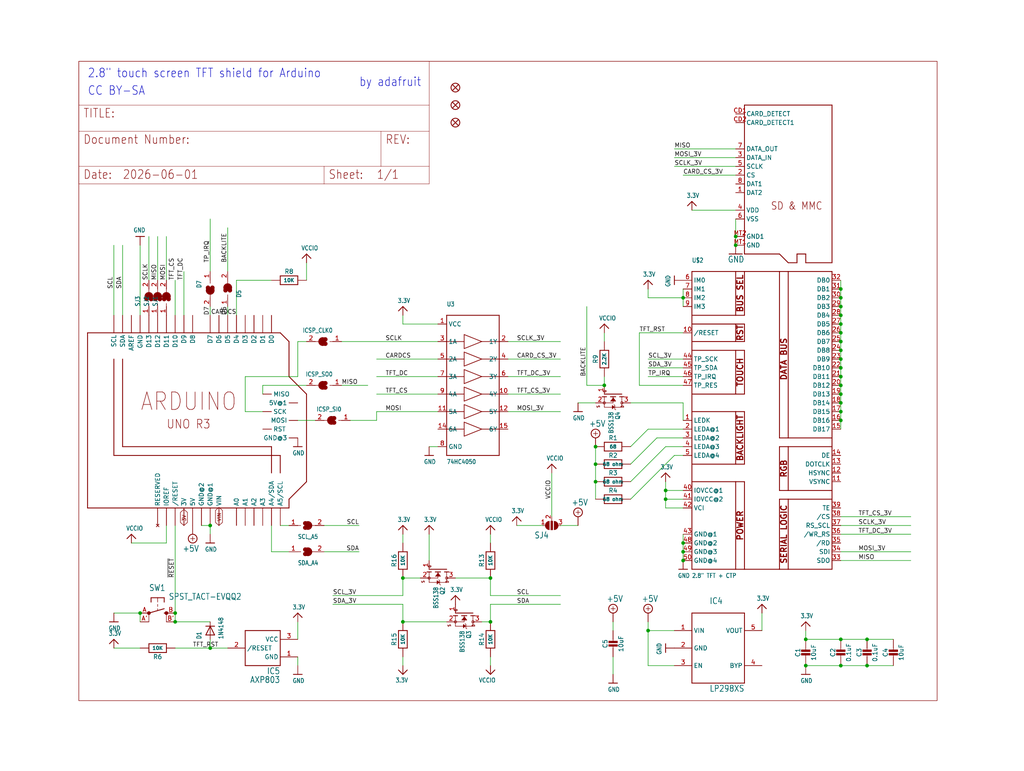
<source format=kicad_sch>
(kicad_sch (version 20230121) (generator eeschema)
  (paper "User" 297.002 223.571)
  (lib_symbols
    (symbol "working-eagle-import:+5V" (power)
      (property "Value" "+5V" (at -1.905 3.175 0))
      (symbol "+5V_1_0"
        (pin power_in line (at 0 -2.54 90) (length 2.54) (name "+5V") (number "1"))
      )
    )
    (symbol "working-eagle-import:3.3V" (power)
      (property "Value" "3.3V" (at -1.524 1.016 0))
      (symbol "3.3V_1_0"
        (pin power_in line (at 0 -2.54 90) (length 2.54) (name "3.3V") (number "1"))
      )
    )
    (symbol "working-eagle-import:74HC4050D"
      (property "Reference" "U" (at -7.62 22.86 0))
      (symbol "74HC4050D_1_0"
        (pin bidirectional line (at -10.16 17.78 0) (length 2.54) (name "VCC") (number "1"))
        (pin bidirectional line (at 10.16 -2.54 180) (length 2.54) (name "4Y") (number "10"))
        (pin bidirectional line (at -10.16 -7.62 0) (length 2.54) (name "5A") (number "11"))
        (pin bidirectional line (at 10.16 -7.62 180) (length 2.54) (name "5Y") (number "12"))
        (pin bidirectional line (at -10.16 -12.7 0) (length 2.54) (name "6A") (number "14"))
        (pin bidirectional line (at 10.16 -12.7 180) (length 2.54) (name "6Y") (number "15"))
        (pin bidirectional line (at 10.16 12.7 180) (length 2.54) (name "1Y") (number "2"))
        (pin bidirectional line (at -10.16 12.7 0) (length 2.54) (name "1A") (number "3"))
        (pin bidirectional line (at 10.16 7.62 180) (length 2.54) (name "2Y") (number "4"))
        (pin bidirectional line (at -10.16 7.62 0) (length 2.54) (name "2A") (number "5"))
        (pin bidirectional line (at 10.16 2.54 180) (length 2.54) (name "3Y") (number "6"))
        (pin bidirectional line (at -10.16 2.54 0) (length 2.54) (name "3A") (number "7"))
        (pin bidirectional line (at -10.16 -17.78 0) (length 2.54) (name "GND") (number "8"))
        (pin bidirectional line (at -10.16 -2.54 0) (length 2.54) (name "4A") (number "9"))
      )
    )
    (symbol "working-eagle-import:ARDUINO_R3_ICSPSMT"
      (symbol "ARDUINO_R3_ICSPSMT_1_0"
        (text "ARDUINO" (at 15.24 27.94 0) (effects (font (size 5.08 4.318)) (justify left bottom)))
        (text "UNO R3" (at 22.86 22.86 0) (effects (font (size 2.54 2.159)) (justify left bottom)))
        (pin power_in line (at 27.94 -5.08 90) (length 5.08) (name "3V") (number "3V"))
        (pin power_in line (at 30.48 -5.08 90) (length 5.08) (name "5V") (number "5V"))
        (pin passive line (at 60.96 30.48 180) (length 2.54) (name "5V@1") (number "5V_ICSP"))
        (pin bidirectional line (at 43.18 -5.08 90) (length 5.08) (name "A0") (number "A0"))
        (pin bidirectional line (at 45.72 -5.08 90) (length 5.08) (name "A1") (number "A1"))
        (pin bidirectional line (at 48.26 -5.08 90) (length 5.08) (name "A2") (number "A2"))
        (pin bidirectional line (at 50.8 -5.08 90) (length 5.08) (name "A3") (number "A3"))
        (pin bidirectional line (at 53.34 -5.08 90) (length 5.08) (name "A4/SDA") (number "A4"))
        (pin bidirectional line (at 55.88 -5.08 90) (length 5.08) (name "A5/SCL") (number "A5"))
        (pin bidirectional line (at 12.7 55.88 270) (length 5.08) (name "AREF") (number "AREF"))
        (pin bidirectional line (at 53.34 55.88 270) (length 5.08) (name "D0") (number "D0"))
        (pin bidirectional line (at 50.8 55.88 270) (length 5.08) (name "D1") (number "D1"))
        (pin bidirectional line (at 25.4 55.88 270) (length 5.08) (name "D10") (number "D10"))
        (pin bidirectional line (at 22.86 55.88 270) (length 5.08) (name "D11") (number "D11"))
        (pin bidirectional line (at 20.32 55.88 270) (length 5.08) (name "D12") (number "D12"))
        (pin bidirectional line (at 17.78 55.88 270) (length 5.08) (name "D13") (number "D13"))
        (pin bidirectional line (at 48.26 55.88 270) (length 5.08) (name "D2") (number "D2"))
        (pin bidirectional line (at 45.72 55.88 270) (length 5.08) (name "D3") (number "D3"))
        (pin bidirectional line (at 43.18 55.88 270) (length 5.08) (name "D4") (number "D4"))
        (pin bidirectional line (at 40.64 55.88 270) (length 5.08) (name "D5") (number "D5"))
        (pin bidirectional line (at 38.1 55.88 270) (length 5.08) (name "D6") (number "D6"))
        (pin bidirectional line (at 35.56 55.88 270) (length 5.08) (name "D7") (number "D7"))
        (pin bidirectional line (at 30.48 55.88 270) (length 5.08) (name "D8") (number "D8"))
        (pin bidirectional line (at 27.94 55.88 270) (length 5.08) (name "D9") (number "D9"))
        (pin power_in line (at 15.24 55.88 270) (length 5.08) (name "GND") (number "GND"))
        (pin power_in line (at 35.56 -5.08 90) (length 5.08) (name "GND@1") (number "GND@1"))
        (pin power_in line (at 33.02 -5.08 90) (length 5.08) (name "GND@2") (number "GND@2"))
        (pin passive line (at 60.96 20.32 180) (length 2.54) (name "GND@3") (number "GND@3"))
        (pin output line (at 22.86 -5.08 90) (length 5.08) (name "IOREF") (number "IOREF"))
        (pin passive line (at 50.8 33.02 0) (length 2.54) (name "MISO") (number "MISO"))
        (pin passive line (at 60.96 25.4 180) (length 2.54) (name "MOSI") (number "MOSI"))
        (pin no_connect line (at 20.32 -5.08 90) (length 5.08) (name "RESERVED") (number "RESERVED"))
        (pin bidirectional line (at 25.4 -5.08 90) (length 5.08) (name "/RESET") (number "RESET"))
        (pin passive line (at 50.8 22.86 0) (length 2.54) (name "RST") (number "RESET_ICSP"))
        (pin passive line (at 50.8 27.94 0) (length 2.54) (name "SCK") (number "SCK"))
        (pin bidirectional line (at 7.62 55.88 270) (length 5.08) (name "SCL") (number "SCL"))
        (pin bidirectional line (at 10.16 55.88 270) (length 5.08) (name "SDA") (number "SDA"))
        (pin power_in line (at 38.1 -5.08 90) (length 5.08) (name "VIN") (number "VIN"))
      )
    )
    (symbol "working-eagle-import:AXP083-SAG"
      (property "Reference" "IC" (at -5.08 -7.62 0))
      (symbol "AXP083-SAG_1_0"
        (pin power_in line (at -10.16 -2.54 0) (length 5.08) (name "GND") (number "1"))
        (pin output line (at 10.16 0 180) (length 5.08) (name "/RESET") (number "2"))
        (pin power_in line (at -10.16 2.54 0) (length 5.08) (name "VCC") (number "3"))
      )
    )
    (symbol "working-eagle-import:CAP_CERAMIC0805-NOOUTLINE"
      (property "Reference" "C" (at -2.29 1.25 90))
      (symbol "CAP_CERAMIC0805-NOOUTLINE_1_0"
        (pin passive line (at 0 5.08 270) (length 2.54) (name "1") (number "1"))
        (pin passive line (at 0 -2.54 90) (length 2.54) (name "2") (number "2"))
      )
    )
    (symbol "working-eagle-import:DIODESOD-323F"
      (property "Reference" "D" (at -2.54 2.54 0))
      (symbol "DIODESOD-323F_1_0"
        (pin passive line (at -2.54 0 0) (length 2.54) (name "A") (number "A"))
        (pin passive line (at 2.54 0 180) (length 2.54) (name "C") (number "C"))
      )
    )
    (symbol "working-eagle-import:DISP_LCD_CTP28_SAMPLE"
      (property "Reference" "TFT" (at -20.32 43.18 0))
      (symbol "DISP_LCD_CTP28_SAMPLE_1_0"
        (text "BACKLIGHT" (at -6.35 -7.62 900) (effects (font (size 1.6764 1.6764) (thickness 0.3353) bold)))
        (text "BUS SEL" (at -6.35 34.29 900) (effects (font (size 1.6764 1.6764) (thickness 0.3353) bold)))
        (text "DATA BUS" (at 6.35 15.24 900) (effects (font (size 1.6764 1.6764) (thickness 0.3353) bold)))
        (text "POWER" (at -6.35 -33.02 900) (effects (font (size 1.6764 1.6764) (thickness 0.3353) bold)))
        (text "RGB" (at 6.35 -16.51 900) (effects (font (size 1.6764 1.6764) (thickness 0.3353) bold)))
        (text "RST" (at -6.35 22.86 900) (effects (font (size 1.6764 1.6764) (thickness 0.3353) bold)))
        (text "SERIAL LOGIC" (at 6.35 -35.56 900) (effects (font (size 1.6764 1.6764) (thickness 0.3353) bold)))
        (text "TOUCH" (at -6.35 11.43 900) (effects (font (size 1.6764 1.6764) (thickness 0.3353) bold)))
        (pin bidirectional line (at -22.86 -2.54 0) (length 2.54) (name "LEDK") (number "1"))
        (pin bidirectional line (at -22.86 22.86 0) (length 2.54) (name "/RESET") (number "10"))
        (pin bidirectional line (at 22.86 -20.32 180) (length 2.54) (name "VSYNC") (number "11"))
        (pin bidirectional line (at 22.86 -17.78 180) (length 2.54) (name "HSYNC") (number "12"))
        (pin bidirectional line (at 22.86 -15.24 180) (length 2.54) (name "DOTCLK") (number "13"))
        (pin bidirectional line (at 22.86 -12.7 180) (length 2.54) (name "DE") (number "14"))
        (pin bidirectional line (at 22.86 -5.08 180) (length 2.54) (name "DB17") (number "15"))
        (pin bidirectional line (at 22.86 -2.54 180) (length 2.54) (name "DB16") (number "16"))
        (pin bidirectional line (at 22.86 0 180) (length 2.54) (name "DB15") (number "17"))
        (pin bidirectional line (at 22.86 2.54 180) (length 2.54) (name "DB14") (number "18"))
        (pin bidirectional line (at 22.86 5.08 180) (length 2.54) (name "DB13") (number "19"))
        (pin bidirectional line (at -22.86 -5.08 0) (length 2.54) (name "LEDA@1") (number "2"))
        (pin bidirectional line (at 22.86 7.62 180) (length 2.54) (name "DB12") (number "20"))
        (pin bidirectional line (at 22.86 10.16 180) (length 2.54) (name "DB11") (number "21"))
        (pin bidirectional line (at 22.86 12.7 180) (length 2.54) (name "DB10") (number "22"))
        (pin bidirectional line (at 22.86 15.24 180) (length 2.54) (name "DB9") (number "23"))
        (pin bidirectional line (at 22.86 17.78 180) (length 2.54) (name "DB8") (number "24"))
        (pin bidirectional line (at 22.86 20.32 180) (length 2.54) (name "DB7") (number "25"))
        (pin bidirectional line (at 22.86 22.86 180) (length 2.54) (name "DB6") (number "26"))
        (pin bidirectional line (at 22.86 25.4 180) (length 2.54) (name "DB5") (number "27"))
        (pin bidirectional line (at 22.86 27.94 180) (length 2.54) (name "DB4") (number "28"))
        (pin bidirectional line (at 22.86 30.48 180) (length 2.54) (name "DB3") (number "29"))
        (pin bidirectional line (at -22.86 -7.62 0) (length 2.54) (name "LEDA@2") (number "3"))
        (pin bidirectional line (at 22.86 33.02 180) (length 2.54) (name "DB2") (number "30"))
        (pin bidirectional line (at 22.86 35.56 180) (length 2.54) (name "DB1") (number "31"))
        (pin bidirectional line (at 22.86 38.1 180) (length 2.54) (name "DB0") (number "32"))
        (pin bidirectional line (at 22.86 -43.18 180) (length 2.54) (name "SDO") (number "33"))
        (pin bidirectional line (at 22.86 -40.64 180) (length 2.54) (name "SDI") (number "34"))
        (pin bidirectional line (at 22.86 -38.1 180) (length 2.54) (name "/RD") (number "35"))
        (pin bidirectional line (at 22.86 -35.56 180) (length 2.54) (name "/WR_RS") (number "36"))
        (pin bidirectional line (at 22.86 -33.02 180) (length 2.54) (name "RS_SCL") (number "37"))
        (pin bidirectional line (at 22.86 -30.48 180) (length 2.54) (name "/CS") (number "38"))
        (pin bidirectional line (at 22.86 -27.94 180) (length 2.54) (name "TE") (number "39"))
        (pin bidirectional line (at -22.86 -10.16 0) (length 2.54) (name "LEDA@3") (number "4"))
        (pin bidirectional line (at -22.86 -22.86 0) (length 2.54) (name "IOVCC@1") (number "40"))
        (pin bidirectional line (at -22.86 -25.4 0) (length 2.54) (name "IOVCC@2") (number "41"))
        (pin bidirectional line (at -22.86 -27.94 0) (length 2.54) (name "VCI") (number "42"))
        (pin bidirectional line (at -22.86 -35.56 0) (length 2.54) (name "GND@1") (number "43"))
        (pin bidirectional line (at -22.86 15.24 0) (length 2.54) (name "TP_SCK") (number "44"))
        (pin bidirectional line (at -22.86 12.7 0) (length 2.54) (name "TP_SDA") (number "45"))
        (pin bidirectional line (at -22.86 10.16 0) (length 2.54) (name "TP_IRQ") (number "46"))
        (pin bidirectional line (at -22.86 7.62 0) (length 2.54) (name "TP_RES") (number "47"))
        (pin bidirectional line (at -22.86 -38.1 0) (length 2.54) (name "GND@2") (number "48"))
        (pin bidirectional line (at -22.86 -40.64 0) (length 2.54) (name "GND@3") (number "49"))
        (pin bidirectional line (at -22.86 -12.7 0) (length 2.54) (name "LEDA@4") (number "5"))
        (pin bidirectional line (at -22.86 -43.18 0) (length 2.54) (name "GND@4") (number "50"))
        (pin bidirectional line (at -22.86 38.1 0) (length 2.54) (name "IM0") (number "6"))
        (pin bidirectional line (at -22.86 35.56 0) (length 2.54) (name "IM1") (number "7"))
        (pin bidirectional line (at -22.86 33.02 0) (length 2.54) (name "IM2") (number "8"))
        (pin bidirectional line (at -22.86 30.48 0) (length 2.54) (name "IM3") (number "9"))
      )
    )
    (symbol "working-eagle-import:FIDUCIAL_1MM")
    (symbol "working-eagle-import:GND" (power)
      (property "Value" "GND" (at -2.54 -2.54 0))
      (symbol "GND_1_0"
        (pin power_in line (at 0 2.54 270) (length 2.54) (name "GND") (number "1"))
      )
    )
    (symbol "working-eagle-import:LETTER_L"
      (symbol "LETTER_L_2_0"
        (text "${#}/${##}" (at 86.36 1.27 0) (effects (font (size 2.54 2.159)) (justify left bottom)))
        (text "${CURRENT_DATE}" (at 12.7 1.27 0) (effects (font (size 2.54 2.159)) (justify left bottom)))
        (text "${PROJECTNAME}" (at 17.78 19.05 0) (effects (font (size 2.54 2.159)) (justify left bottom)))
        (text "Date:" (at 1.27 1.27 0) (effects (font (size 2.54 2.159)) (justify left bottom)))
        (text "Document Number:" (at 1.27 11.43 0) (effects (font (size 2.54 2.159)) (justify left bottom)))
        (text "REV:" (at 88.9 11.43 0) (effects (font (size 2.54 2.159)) (justify left bottom)))
        (text "Sheet:" (at 72.39 1.27 0) (effects (font (size 2.54 2.159)) (justify left bottom)))
        (text "TITLE:" (at 1.27 19.05 0) (effects (font (size 2.54 2.159)) (justify left bottom)))
      )
    )
    (symbol "working-eagle-import:LP298XS"
      (property "Reference" "IC" (at -12.7 -5.08 90))
      (symbol "LP298XS_1_0"
        (pin bidirectional line (at -5.08 -15.24 90) (length 5.08) (name "VIN") (number "1"))
        (pin bidirectional line (at 0 -15.24 90) (length 5.08) (name "GND") (number "2"))
        (pin bidirectional line (at 5.08 -15.24 90) (length 5.08) (name "EN") (number "3"))
        (pin bidirectional line (at 5.08 10.16 270) (length 5.08) (name "BYP") (number "4"))
        (pin bidirectional line (at -5.08 10.16 270) (length 5.08) (name "VOUT") (number "5"))
      )
    )
    (symbol "working-eagle-import:MICROSD"
      (symbol "MICROSD_1_0"
        (text "SD & MMC" (at -7.62 -10.16 0) (effects (font (size 2.1844 1.8567)) (justify left bottom)))
        (pin bidirectional line (at -17.78 -5.08 0) (length 2.54) (name "DAT2") (number "1"))
        (pin input line (at -17.78 0 0) (length 2.54) (name "CS") (number "2"))
        (pin input line (at -17.78 5.08 0) (length 2.54) (name "DATA_IN") (number "3"))
        (pin power_in line (at -17.78 -10.16 0) (length 2.54) (name "VDD") (number "4"))
        (pin input line (at -17.78 2.54 0) (length 2.54) (name "SCLK") (number "5"))
        (pin power_in line (at -17.78 -12.7 0) (length 2.54) (name "VSS") (number "6"))
        (pin output line (at -17.78 7.62 0) (length 2.54) (name "DATA_OUT") (number "7"))
        (pin bidirectional line (at -17.78 -2.54 0) (length 2.54) (name "DAT1") (number "8"))
        (pin passive line (at -17.78 17.78 0) (length 2.54) (name "CARD_DETECT") (number "CD1"))
        (pin passive line (at -17.78 15.24 0) (length 2.54) (name "CARD_DETECT1") (number "CD2"))
        (pin power_in line (at -17.78 -20.32 0) (length 2.54) (name "GND") (number "MT1"))
        (pin power_in line (at -17.78 -17.78 0) (length 2.54) (name "GND1") (number "MT2"))
      )
    )
    (symbol "working-eagle-import:MOSFET-NWIDE"
      (property "Reference" "Q" (at 5.08 0.635 0))
      (symbol "MOSFET-NWIDE_1_0"
        (text "D" (at 3.175 3.175 0) (effects (font (size 0.8128 0.6908)) (justify left bottom)))
        (text "G" (at -1.27 -1.905 0) (effects (font (size 0.8128 0.6908)) (justify left bottom)))
        (text "S" (at 3.175 -3.81 0) (effects (font (size 0.8128 0.6908)) (justify left bottom)))
        (pin bidirectional line (at -2.54 -2.54 0) (length 2.54) (name "G") (number "1"))
        (pin bidirectional line (at 2.54 -5.08 90) (length 2.54) (name "S") (number "2"))
        (pin bidirectional line (at 2.54 5.08 270) (length 2.54) (name "D") (number "3"))
      )
    )
    (symbol "working-eagle-import:RESISTOR0805_NOOUTLINE"
      (property "Reference" "R" (at 0 2.54 0))
      (symbol "RESISTOR0805_NOOUTLINE_1_0"
        (pin passive line (at -5.08 0 0) (length 2.54) (name "1") (number "1"))
        (pin passive line (at 5.08 0 180) (length 2.54) (name "2") (number "2"))
      )
    )
    (symbol "working-eagle-import:SOLDERJUMPER"
      (property "Reference" "SJ" (at -2.54 2.54 0))
      (symbol "SOLDERJUMPER_1_0"
        (pin passive line (at -5.08 0 0) (length 2.54) (name "1") (number "1"))
        (pin passive line (at 5.08 0 180) (length 2.54) (name "2") (number "2"))
      )
    )
    (symbol "working-eagle-import:SOLDERJUMPERCLOSED"
      (property "Reference" "SJ" (at -2.54 2.54 0))
      (symbol "SOLDERJUMPERCLOSED_1_0"
        (pin passive line (at -5.08 0 0) (length 2.54) (name "1") (number "1"))
        (pin passive line (at 5.08 0 180) (length 2.54) (name "2") (number "2"))
      )
    )
    (symbol "working-eagle-import:SOLDERJUMPERREFLOW_NOPASTE"
      (property "Reference" "SJ" (at -2.54 2.54 0))
      (symbol "SOLDERJUMPERREFLOW_NOPASTE_1_0"
        (pin passive line (at -5.08 0 0) (length 2.54) (name "1") (number "1"))
        (pin passive line (at 5.08 0 180) (length 2.54) (name "2") (number "2"))
      )
    )
    (symbol "working-eagle-import:SOLDERJUMPER_2WAY"
      (property "Reference" "SJ" (at -5.08 -3.81 0))
      (symbol "SOLDERJUMPER_2WAY_1_0"
        (pin passive line (at -2.54 0 0) (length 0) (name "1") (number "1"))
        (pin passive line (at 0 2.54 270) (length 0) (name "2") (number "2"))
        (pin passive line (at 2.54 0 180) (length 0) (name "3") (number "3"))
      )
    )
    (symbol "working-eagle-import:SPST_TACT-EVQQ2"
      (property "Reference" "SW" (at -6.35 -2.54 90))
      (symbol "SPST_TACT-EVQQ2_1_0"
        (pin passive line (at 0 -5.08 90) (length 2.54) (name "P") (number "A"))
        (pin passive line (at 2.54 -5.08 90) (length 2.54) (name "P1") (number "A'"))
        (pin passive line (at 0 5.08 270) (length 2.54) (name "S") (number "B"))
        (pin passive line (at 2.54 5.08 270) (length 2.54) (name "S1") (number "B'"))
      )
    )
    (symbol "working-eagle-import:VCCIO" (power)
      (property "Value" "VCCIO" (at -1.524 1.016 0))
      (symbol "VCCIO_1_0"
        (pin power_in line (at 0 -2.54 90) (length 2.54) (name "VCCIO") (number "1"))
      )
    )
    (symbol "working-eagle-import:microbuilder_GND" (power)
      (property "Value" "microbuilder_GND" (at -1.524 -2.54 0))
      (symbol "microbuilder_GND_1_0"
        (pin power_in line (at 0 2.54 270) (length 2.54) (name "GND") (number "1"))
      )
    )
  )
  (junction (at 40.64 177.8))
  (junction (at 142.24 167.64))
  (junction (at 243.84 193.04))
  (junction (at 243.84 114.3))
  (junction (at 243.84 93.98))
  (junction (at 243.84 91.44))
  (junction (at 243.84 88.9))
  (junction (at 172.72 139.7))
  (junction (at 243.84 83.82))
  (junction (at 213.36 68.58))
  (junction (at 116.84 167.64))
  (junction (at 243.84 99.06))
  (junction (at 233.68 193.04))
  (junction (at 213.36 71.12))
  (junction (at 175.26 111.76))
  (junction (at 193.04 144.78))
  (junction (at 198.12 162.56))
  (junction (at 50.8 177.8))
  (junction (at 198.12 86.36))
  (junction (at 198.12 157.48))
  (junction (at 243.84 111.76))
  (junction (at 193.04 142.24))
  (junction (at 172.72 134.62))
  (junction (at 243.84 101.6))
  (junction (at 251.46 193.04))
  (junction (at 243.84 109.22))
  (junction (at 142.24 180.34))
  (junction (at 60.96 152.4))
  (junction (at 243.84 104.14))
  (junction (at 60.96 187.96))
  (junction (at 243.84 119.38))
  (junction (at 172.72 129.54))
  (junction (at 243.84 106.68))
  (junction (at 243.84 121.92))
  (junction (at 50.8 180.34))
  (junction (at 198.12 160.02))
  (junction (at 251.46 185.42))
  (junction (at 233.68 185.42))
  (junction (at 243.84 116.84))
  (junction (at 187.96 182.88))
  (junction (at 243.84 86.36))
  (junction (at 243.84 96.52))
  (junction (at 243.84 185.42))
  (junction (at 116.84 180.34))
  (wire (pts (xy 193.04 147.32) (xy 198.12 147.32)) (stroke (width 0.1524)))
  (wire (pts (xy 66.04 91.44) (xy 66.04 88.9)) (stroke (width 0.1524)))
  (wire (pts (xy 177.8 195.58) (xy 177.8 190.5)) (stroke (width 0.1524)))
  (wire (pts (xy 182.88 134.62) (xy 190.5 127)) (stroke (width 0.1524)))
  (wire (pts (xy 48.26 81.28) (xy 48.26 68.58)) (stroke (width 0.1524)))
  (wire (pts (xy 243.84 106.68) (xy 243.84 109.22)) (stroke (width 0.1524)))
  (wire (pts (xy 172.72 139.7) (xy 172.72 144.78)) (stroke (width 0.1524)))
  (wire (pts (xy 193.04 142.24) (xy 198.12 142.24)) (stroke (width 0.1524)))
  (wire (pts (xy 116.84 180.34) (xy 116.84 175.26)) (stroke (width 0.1524)))
  (wire (pts (xy 175.26 109.22) (xy 175.26 111.76)) (stroke (width 0.1524)))
  (wire (pts (xy 198.12 157.48) (xy 198.12 160.02)) (stroke (width 0.1524)))
  (wire (pts (xy 109.22 119.38) (xy 127 119.38)) (stroke (width 0.1524)))
  (wire (pts (xy 93.98 160.02) (xy 104.14 160.02)) (stroke (width 0.1524)))
  (wire (pts (xy 213.36 71.12) (xy 213.36 68.58)) (stroke (width 0.1524)))
  (wire (pts (xy 76.2 119.38) (xy 71.12 119.38)) (stroke (width 0.1524)))
  (wire (pts (xy 60.96 78.74) (xy 60.96 63.5)) (stroke (width 0.1524)))
  (wire (pts (xy 198.12 111.76) (xy 185.42 111.76)) (stroke (width 0.1524)))
  (wire (pts (xy 243.84 91.44) (xy 243.84 93.98)) (stroke (width 0.1524)))
  (wire (pts (xy 78.74 160.02) (xy 78.74 152.4)) (stroke (width 0.1524)))
  (wire (pts (xy 243.84 109.22) (xy 243.84 111.76)) (stroke (width 0.1524)))
  (wire (pts (xy 160.02 149.86) (xy 160.02 137.16)) (stroke (width 0.1524)))
  (wire (pts (xy 213.36 60.96) (xy 200.66 60.96)) (stroke (width 0.1524)))
  (wire (pts (xy 93.98 152.4) (xy 104.14 152.4)) (stroke (width 0.1524)))
  (wire (pts (xy 71.12 109.22) (xy 86.36 109.22)) (stroke (width 0.1524)))
  (wire (pts (xy 142.24 172.72) (xy 162.56 172.72)) (stroke (width 0.1524)))
  (wire (pts (xy 198.12 160.02) (xy 198.12 162.56)) (stroke (width 0.1524)))
  (wire (pts (xy 127 99.06) (xy 99.06 99.06)) (stroke (width 0.1524)))
  (wire (pts (xy 109.22 104.14) (xy 127 104.14)) (stroke (width 0.1524)))
  (wire (pts (xy 124.46 162.56) (xy 124.46 154.94)) (stroke (width 0.1524)))
  (wire (pts (xy 35.56 91.44) (xy 35.56 71.12)) (stroke (width 0.1524)))
  (wire (pts (xy 243.84 93.98) (xy 243.84 96.52)) (stroke (width 0.1524)))
  (wire (pts (xy 76.2 114.3) (xy 76.2 111.76)) (stroke (width 0.1524)))
  (wire (pts (xy 68.58 81.28) (xy 78.74 81.28)) (stroke (width 0.1524)))
  (wire (pts (xy 195.58 132.08) (xy 198.12 132.08)) (stroke (width 0.1524)))
  (wire (pts (xy 116.84 172.72) (xy 96.52 172.72)) (stroke (width 0.1524)))
  (wire (pts (xy 147.32 104.14) (xy 162.56 104.14)) (stroke (width 0.1524)))
  (wire (pts (xy 193.04 142.24) (xy 193.04 139.7)) (stroke (width 0.1524)))
  (wire (pts (xy 213.36 45.72) (xy 195.58 45.72)) (stroke (width 0.1524)))
  (wire (pts (xy 147.32 119.38) (xy 162.56 119.38)) (stroke (width 0.1524)))
  (wire (pts (xy 33.02 91.44) (xy 33.02 71.12)) (stroke (width 0.1524)))
  (wire (pts (xy 243.84 111.76) (xy 243.84 114.3)) (stroke (width 0.1524)))
  (wire (pts (xy 259.08 193.04) (xy 251.46 193.04)) (stroke (width 0.1524)))
  (wire (pts (xy 116.84 172.72) (xy 116.84 167.64)) (stroke (width 0.1524)))
  (wire (pts (xy 109.22 109.22) (xy 127 109.22)) (stroke (width 0.1524)))
  (wire (pts (xy 170.18 111.76) (xy 170.18 88.9)) (stroke (width 0.1524)))
  (wire (pts (xy 243.84 88.9) (xy 243.84 91.44)) (stroke (width 0.1524)))
  (wire (pts (xy 195.58 193.04) (xy 187.96 193.04)) (stroke (width 0.1524)))
  (wire (pts (xy 116.84 167.64) (xy 121.92 167.64)) (stroke (width 0.1524)))
  (wire (pts (xy 243.84 152.4) (xy 264.16 152.4)) (stroke (width 0.1524)))
  (wire (pts (xy 193.04 129.54) (xy 198.12 129.54)) (stroke (width 0.1524)))
  (wire (pts (xy 187.96 124.46) (xy 198.12 124.46)) (stroke (width 0.1524)))
  (wire (pts (xy 243.84 104.14) (xy 243.84 106.68)) (stroke (width 0.1524)))
  (wire (pts (xy 127 114.3) (xy 109.22 114.3)) (stroke (width 0.1524)))
  (wire (pts (xy 198.12 154.94) (xy 198.12 157.48)) (stroke (width 0.1524)))
  (wire (pts (xy 185.42 111.76) (xy 185.42 96.52)) (stroke (width 0.1524)))
  (wire (pts (xy 243.84 119.38) (xy 243.84 121.92)) (stroke (width 0.1524)))
  (wire (pts (xy 243.84 185.42) (xy 251.46 185.42)) (stroke (width 0.1524)))
  (wire (pts (xy 96.52 175.26) (xy 116.84 175.26)) (stroke (width 0.1524)))
  (wire (pts (xy 60.96 180.34) (xy 50.8 180.34)) (stroke (width 0.1524)))
  (wire (pts (xy 233.68 182.88) (xy 233.68 185.42)) (stroke (width 0.1524)))
  (wire (pts (xy 48.26 152.4) (xy 48.26 157.48)) (stroke (width 0.1524)))
  (wire (pts (xy 220.98 177.8) (xy 220.98 182.88)) (stroke (width 0.1524)))
  (wire (pts (xy 48.26 157.48) (xy 38.1 157.48)) (stroke (width 0.1524)))
  (wire (pts (xy 40.64 177.8) (xy 40.64 180.34)) (stroke (width 0.1524)))
  (wire (pts (xy 243.84 154.94) (xy 264.16 154.94)) (stroke (width 0.1524)))
  (wire (pts (xy 142.24 175.26) (xy 162.56 175.26)) (stroke (width 0.1524)))
  (wire (pts (xy 198.12 116.84) (xy 198.12 121.92)) (stroke (width 0.1524)))
  (wire (pts (xy 101.6 121.92) (xy 109.22 121.92)) (stroke (width 0.1524)))
  (wire (pts (xy 66.04 187.96) (xy 60.96 187.96)) (stroke (width 0.1524)))
  (wire (pts (xy 86.36 99.06) (xy 88.9 99.06)) (stroke (width 0.1524)))
  (wire (pts (xy 60.96 91.44) (xy 60.96 88.9)) (stroke (width 0.1524)))
  (wire (pts (xy 172.72 134.62) (xy 172.72 139.7)) (stroke (width 0.1524)))
  (wire (pts (xy 213.36 48.26) (xy 195.58 48.26)) (stroke (width 0.1524)))
  (wire (pts (xy 243.84 96.52) (xy 243.84 99.06)) (stroke (width 0.1524)))
  (wire (pts (xy 88.9 76.2) (xy 88.9 81.28)) (stroke (width 0.1524)))
  (wire (pts (xy 193.04 147.32) (xy 193.04 144.78)) (stroke (width 0.1524)))
  (wire (pts (xy 43.18 81.28) (xy 43.18 68.58)) (stroke (width 0.1524)))
  (wire (pts (xy 45.72 81.28) (xy 45.72 68.58)) (stroke (width 0.1524)))
  (wire (pts (xy 182.88 129.54) (xy 187.96 124.46)) (stroke (width 0.1524)))
  (wire (pts (xy 233.68 193.04) (xy 243.84 193.04)) (stroke (width 0.1524)))
  (wire (pts (xy 116.84 93.98) (xy 127 93.98)) (stroke (width 0.1524)))
  (wire (pts (xy 147.32 109.22) (xy 162.56 109.22)) (stroke (width 0.1524)))
  (wire (pts (xy 142.24 180.34) (xy 142.24 175.26)) (stroke (width 0.1524)))
  (wire (pts (xy 60.96 185.42) (xy 60.96 187.96)) (stroke (width 0.1524)))
  (wire (pts (xy 198.12 109.22) (xy 187.96 109.22)) (stroke (width 0.1524)))
  (wire (pts (xy 243.84 185.42) (xy 233.68 185.42)) (stroke (width 0.1524)))
  (wire (pts (xy 198.12 50.8) (xy 213.36 50.8)) (stroke (width 0.1524)))
  (wire (pts (xy 142.24 180.34) (xy 139.7 180.34)) (stroke (width 0.1524)))
  (wire (pts (xy 76.2 111.76) (xy 88.9 111.76)) (stroke (width 0.1524)))
  (wire (pts (xy 243.84 116.84) (xy 243.84 119.38)) (stroke (width 0.1524)))
  (wire (pts (xy 83.82 152.4) (xy 81.28 152.4)) (stroke (width 0.1524)))
  (wire (pts (xy 198.12 83.82) (xy 198.12 86.36)) (stroke (width 0.1524)))
  (wire (pts (xy 50.8 180.34) (xy 50.8 177.8)) (stroke (width 0.1524)))
  (wire (pts (xy 86.36 185.42) (xy 86.36 180.34)) (stroke (width 0.1524)))
  (wire (pts (xy 187.96 193.04) (xy 187.96 182.88)) (stroke (width 0.1524)))
  (wire (pts (xy 71.12 119.38) (xy 71.12 109.22)) (stroke (width 0.1524)))
  (wire (pts (xy 172.72 129.54) (xy 172.72 134.62)) (stroke (width 0.1524)))
  (wire (pts (xy 116.84 93.98) (xy 116.84 91.44)) (stroke (width 0.1524)))
  (wire (pts (xy 177.8 180.34) (xy 177.8 182.88)) (stroke (width 0.1524)))
  (wire (pts (xy 187.96 106.68) (xy 198.12 106.68)) (stroke (width 0.1524)))
  (wire (pts (xy 132.08 167.64) (xy 142.24 167.64)) (stroke (width 0.1524)))
  (wire (pts (xy 243.84 121.92) (xy 243.84 124.46)) (stroke (width 0.1524)))
  (wire (pts (xy 40.64 71.12) (xy 40.64 91.44)) (stroke (width 0.1524)))
  (wire (pts (xy 50.8 91.44) (xy 50.8 81.28)) (stroke (width 0.1524)))
  (wire (pts (xy 129.54 180.34) (xy 116.84 180.34)) (stroke (width 0.1524)))
  (wire (pts (xy 182.88 116.84) (xy 198.12 116.84)) (stroke (width 0.1524)))
  (wire (pts (xy 66.04 78.74) (xy 66.04 66.04)) (stroke (width 0.1524)))
  (wire (pts (xy 142.24 167.64) (xy 142.24 172.72)) (stroke (width 0.1524)))
  (wire (pts (xy 147.32 114.3) (xy 162.56 114.3)) (stroke (width 0.1524)))
  (wire (pts (xy 198.12 144.78) (xy 193.04 144.78)) (stroke (width 0.1524)))
  (wire (pts (xy 243.84 149.86) (xy 264.16 149.86)) (stroke (width 0.1524)))
  (wire (pts (xy 190.5 127) (xy 198.12 127)) (stroke (width 0.1524)))
  (wire (pts (xy 251.46 193.04) (xy 243.84 193.04)) (stroke (width 0.1524)))
  (wire (pts (xy 187.96 182.88) (xy 195.58 182.88)) (stroke (width 0.1524)))
  (wire (pts (xy 142.24 154.94) (xy 142.24 157.48)) (stroke (width 0.1524)))
  (wire (pts (xy 124.46 129.54) (xy 127 129.54)) (stroke (width 0.1524)))
  (wire (pts (xy 167.64 152.4) (xy 162.56 152.4)) (stroke (width 0.1524)))
  (wire (pts (xy 147.32 99.06) (xy 162.56 99.06)) (stroke (width 0.1524)))
  (wire (pts (xy 243.84 162.56) (xy 264.16 162.56)) (stroke (width 0.1524)))
  (wire (pts (xy 116.84 154.94) (xy 116.84 157.48)) (stroke (width 0.1524)))
  (wire (pts (xy 243.84 86.36) (xy 243.84 88.9)) (stroke (width 0.1524)))
  (wire (pts (xy 198.12 104.14) (xy 187.96 104.14)) (stroke (width 0.1524)))
  (wire (pts (xy 187.96 180.34) (xy 187.96 182.88)) (stroke (width 0.1524)))
  (wire (pts (xy 86.36 121.92) (xy 91.44 121.92)) (stroke (width 0.1524)))
  (wire (pts (xy 142.24 193.04) (xy 142.24 190.5)) (stroke (width 0.1524)))
  (wire (pts (xy 68.58 91.44) (xy 68.58 81.28)) (stroke (width 0.1524)))
  (wire (pts (xy 198.12 96.52) (xy 185.42 96.52)) (stroke (width 0.1524)))
  (wire (pts (xy 175.26 111.76) (xy 170.18 111.76)) (stroke (width 0.1524)))
  (wire (pts (xy 187.96 86.36) (xy 187.96 83.82)) (stroke (width 0.1524)))
  (wire (pts (xy 243.84 81.28) (xy 243.84 83.82)) (stroke (width 0.1524)))
  (wire (pts (xy 243.84 114.3) (xy 243.84 116.84)) (stroke (width 0.1524)))
  (wire (pts (xy 193.04 144.78) (xy 193.04 142.24)) (stroke (width 0.1524)))
  (wire (pts (xy 40.64 187.96) (xy 33.02 187.96)) (stroke (width 0.1524)))
  (wire (pts (xy 243.84 99.06) (xy 243.84 101.6)) (stroke (width 0.1524)))
  (wire (pts (xy 175.26 96.52) (xy 175.26 99.06)) (stroke (width 0.1524)))
  (wire (pts (xy 86.36 190.5) (xy 86.36 193.04)) (stroke (width 0.1524)))
  (wire (pts (xy 243.84 101.6) (xy 243.84 104.14)) (stroke (width 0.1524)))
  (wire (pts (xy 182.88 139.7) (xy 193.04 129.54)) (stroke (width 0.1524)))
  (wire (pts (xy 50.8 177.8) (xy 50.8 152.4)) (stroke (width 0.1524)))
  (wire (pts (xy 149.86 152.4) (xy 157.48 152.4)) (stroke (width 0.1524)))
  (wire (pts (xy 251.46 185.42) (xy 259.08 185.42)) (stroke (width 0.1524)))
  (wire (pts (xy 172.72 116.84) (xy 167.64 116.84)) (stroke (width 0.1524)))
  (wire (pts (xy 195.58 43.18) (xy 213.36 43.18)) (stroke (width 0.1524)))
  (wire (pts (xy 60.96 152.4) (xy 60.96 154.94)) (stroke (width 0.1524)))
  (wire (pts (xy 86.36 109.22) (xy 86.36 99.06)) (stroke (width 0.1524)))
  (wire (pts (xy 198.12 86.36) (xy 198.12 88.9)) (stroke (width 0.1524)))
  (wire (pts (xy 182.88 144.78) (xy 195.58 132.08)) (stroke (width 0.1524)))
  (wire (pts (xy 198.12 86.36) (xy 187.96 86.36)) (stroke (width 0.1524)))
  (wire (pts (xy 60.96 187.96) (xy 50.8 187.96)) (stroke (width 0.1524)))
  (wire (pts (xy 116.84 193.04) (xy 116.84 190.5)) (stroke (width 0.1524)))
  (wire (pts (xy 109.22 121.92) (xy 109.22 119.38)) (stroke (width 0.1524)))
  (wire (pts (xy 53.34 91.44) (xy 53.34 78.74)) (stroke (width 0.1524)))
  (wire (pts (xy 99.06 111.76) (xy 106.68 111.76)) (stroke (width 0.1524)))
  (wire (pts (xy 40.64 177.8) (xy 33.02 177.8)) (stroke (width 0.1524)))
  (wire (pts (xy 58.42 152.4) (xy 60.96 152.4)) (stroke (width 0.1524)))
  (wire (pts (xy 243.84 160.02) (xy 264.16 160.02)) (stroke (width 0.1524)))
  (wire (pts (xy 243.84 83.82) (xy 243.84 86.36)) (stroke (width 0.1524)))
  (wire (pts (xy 213.36 68.58) (xy 213.36 63.5)) (stroke (width 0.1524)))
  (wire (pts (xy 83.82 160.02) (xy 78.74 160.02)) (stroke (width 0.1524)))
  (text "CC BY-SA" (at 25.4 27.94 0) (effects (font (size 2.54 2.159)) (justify left bottom)))
  (text "by adafruit~{}" (at 104.14 25.4 0) (effects (font (size 2.54 2.159)) (justify left bottom)))
  (text "2.8\" touch screen TFT shield for Arduino" (at 25.4 22.86 0) (effects (font (size 2.54 2.159)) (justify left bottom)))
  (label "~{RESET}" (at 50.8 167.64 90) (effects (font (size 1.2446 1.2446))))
  (label "VCCIO" (at 160.02 144.78 90) (effects (font (size 1.2446 1.2446))))
  (label "SDA_3V" (at 96.52 175.26 0) (effects (font (size 1.2446 1.2446))))
  (label "SCL_3V" (at 187.96 104.14 0) (effects (font (size 1.2446 1.2446))))
  (label "MISO" (at 248.92 162.56 0) (effects (font (size 1.2446 1.2446))))
  (label "SDA" (at 149.86 175.26 0) (effects (font (size 1.2446 1.2446))))
  (label "MOSI_3V" (at 149.86 119.38 0) (effects (font (size 1.2446 1.2446))))
  (label "TP_IRQ" (at 187.96 109.22 0) (effects (font (size 1.2446 1.2446))))
  (label "TFT_CS_3V" (at 149.86 114.3 0) (effects (font (size 1.2446 1.2446))))
  (label "MOSI_3V" (at 248.92 160.02 0) (effects (font (size 1.2446 1.2446))))
  (label "CARD_CS_3V" (at 198.12 50.8 0) (effects (font (size 1.2446 1.2446))))
  (label "SCL" (at 33.02 83.82 90) (effects (font (size 1.2446 1.2446))))
  (label "CARDCS" (at 68.58 91.44 180) (effects (font (size 1.2446 1.2446))))
  (label "SCL" (at 104.14 152.4 180) (effects (font (size 1.2446 1.2446))))
  (label "SCLK_3V" (at 149.86 99.06 0) (effects (font (size 1.2446 1.2446))))
  (label "SCLK" (at 111.76 99.06 0) (effects (font (size 1.2446 1.2446))))
  (label "SCLK_3V" (at 248.92 152.4 0) (effects (font (size 1.2446 1.2446))))
  (label "D5" (at 66.04 91.44 90) (effects (font (size 1.2446 1.2446))))
  (label "MISO" (at 195.58 43.18 0) (effects (font (size 1.2446 1.2446))))
  (label "TFT_RST" (at 185.42 96.52 0) (effects (font (size 1.2446 1.2446))))
  (label "TFT_RST" (at 55.88 187.96 0) (effects (font (size 1.2446 1.2446))))
  (label "TFT_DC_3V" (at 248.92 154.94 0) (effects (font (size 1.2446 1.2446))))
  (label "TFT_DC" (at 111.76 109.22 0) (effects (font (size 1.2446 1.2446))))
  (label "TFT_CS" (at 50.8 81.28 90) (effects (font (size 1.2446 1.2446))))
  (label "SCLK_3V" (at 195.58 48.26 0) (effects (font (size 1.2446 1.2446))))
  (label "SDA" (at 104.14 160.02 180) (effects (font (size 1.2446 1.2446))))
  (label "TFT_CS_3V" (at 248.92 149.86 0) (effects (font (size 1.2446 1.2446))))
  (label "SCL" (at 149.86 172.72 0) (effects (font (size 1.2446 1.2446))))
  (label "D7" (at 60.96 91.44 90) (effects (font (size 1.2446 1.2446))))
  (label "SCLK" (at 43.18 81.28 90) (effects (font (size 1.2446 1.2446))))
  (label "BACKLITE" (at 66.04 76.2 90) (effects (font (size 1.2446 1.2446))))
  (label "SDA_3V" (at 187.96 106.68 0) (effects (font (size 1.2446 1.2446))))
  (label "CARD_CS_3V" (at 149.86 104.14 0) (effects (font (size 1.2446 1.2446))))
  (label "MOSI_3V" (at 195.58 45.72 0) (effects (font (size 1.2446 1.2446))))
  (label "SDA" (at 35.56 83.82 90) (effects (font (size 1.2446 1.2446))))
  (label "BACKLITE" (at 170.18 109.22 90) (effects (font (size 1.2446 1.2446))))
  (label "TFT_DC" (at 53.34 81.28 90) (effects (font (size 1.2446 1.2446))))
  (label "MOSI" (at 111.76 119.38 0) (effects (font (size 1.2446 1.2446))))
  (label "CARDCS" (at 111.76 104.14 0) (effects (font (size 1.2446 1.2446))))
  (label "SCL_3V" (at 96.52 172.72 0) (effects (font (size 1.2446 1.2446))))
  (label "TP_IRQ" (at 60.96 76.2 90) (effects (font (size 1.2446 1.2446))))
  (label "TFT_CS" (at 111.76 114.3 0) (effects (font (size 1.2446 1.2446))))
  (label "TFT_DC_3V" (at 149.86 109.22 0) (effects (font (size 1.2446 1.2446))))
  (label "MOSI" (at 48.26 81.28 90) (effects (font (size 1.2446 1.2446))))
  (label "MISO" (at 99.06 111.76 0) (effects (font (size 1.2446 1.2446))))
  (label "MISO" (at 45.72 81.28 90) (effects (font (size 1.2446 1.2446))))
  (global_label "VIN" (shape bidirectional) (at 63.5 152.4 90) (effects (font (size 1.016 1.016))) (property "Intersheetrefs" "${INTERSHEET_REFS}" (effects hide)))
  (global_label "3V" (shape bidirectional) (at 53.34 152.4 90) (effects (font (size 1.016 1.016))) (property "Intersheetrefs" "${INTERSHEET_REFS}" (effects hide)))
  (symbol (lib_id "working-eagle-import:3.3V") (at 200.66 58.42 0) (unit 1)
    (property "Reference" "#U$31" (effects hide))
    (property "Value" "3.3V" (at 199.136 57.404 0) (effects (font (size 1.27 1.0795)) (justify left bottom)))
  )
  (symbol (lib_id "working-eagle-import:RESISTOR0805_NOOUTLINE") (at 45.72 187.96 180) (unit 1)
    (property "Reference" "R6" (at 45.72 190.5 0))
    (property "Value" "10K" (at 45.72 187.96 0) (effects (font (size 1.016 1.016) bold)))
    (property "Footprint" "working:0805-NO" (effects hide))
  )
  (symbol (lib_id "working-eagle-import:RESISTOR0805_NOOUTLINE") (at 142.24 185.42 90) (unit 1)
    (property "Reference" "R14" (at 139.7 185.42 0))
    (property "Value" "10K" (at 142.24 185.42 0) (effects (font (size 1.016 1.016) bold)))
    (property "Footprint" "working:0805-NO" (effects hide))
  )
  (symbol (lib_id "working-eagle-import:3.3V") (at 233.68 180.34 0) (unit 1)
    (property "Reference" "#U$28" (effects hide))
    (property "Value" "3.3V" (at 232.156 179.324 0) (effects (font (size 1.27 1.0795)) (justify left bottom)))
  )
  (symbol (lib_id "working-eagle-import:CAP_CERAMIC0805-NOOUTLINE") (at 251.46 190.5 0) (unit 1)
    (property "Reference" "C3" (at 249.17 189.25 90))
    (property "Value" "0.1uF" (at 253.76 189.25 90))
    (property "Footprint" "working:0805-NO" (effects hide))
  )
  (symbol (lib_id "working-eagle-import:SOLDERJUMPER") (at 43.18 86.36 90) (unit 1)
    (property "Reference" "SJ3" (at 40.64 88.9 0) (effects (font (size 1.27 1.0795)) (justify left bottom)))
    (property "Value" "SOLDERJUMPER" (effects hide))
    (property "Footprint" "working:SOLDERJUMPER_ARROW_NOPASTE" (effects hide))
  )
  (symbol (lib_id "working-eagle-import:+5V") (at 167.64 149.86 0) (unit 1)
    (property "Reference" "#SUPPLY3" (effects hide))
    (property "Value" "+5V" (at 165.735 146.685 0) (effects (font (size 1.778 1.5113)) (justify left bottom)))
  )
  (symbol (lib_id "working-eagle-import:SOLDERJUMPERCLOSED") (at 93.98 111.76 0) (mirror y) (unit 1)
    (property "Reference" "ICSP_SO0" (at 96.52 109.22 0) (effects (font (size 1.27 1.0795)) (justify left bottom)))
    (property "Value" "SOLDERJUMPERCLOSED" (effects hide))
    (property "Footprint" "working:SOLDERJUMPER_CLOSEDWIRE" (effects hide))
  )
  (symbol (lib_id "working-eagle-import:RESISTOR0805_NOOUTLINE") (at 177.8 144.78 0) (unit 1)
    (property "Reference" "R4" (at 177.8 142.24 0))
    (property "Value" "68 ohm" (at 177.8 144.78 0) (effects (font (size 1.016 1.016) bold)))
    (property "Footprint" "working:0805-NO" (effects hide))
  )
  (symbol (lib_id "working-eagle-import:microbuilder_GND") (at 167.64 119.38 0) (unit 1)
    (property "Reference" "#U$6" (effects hide))
    (property "Value" "GND" (at 166.116 121.92 0) (effects (font (size 1.27 1.0795)) (justify left bottom)))
  )
  (symbol (lib_id "working-eagle-import:3.3V") (at 187.96 81.28 0) (unit 1)
    (property "Reference" "#U$32" (effects hide))
    (property "Value" "3.3V" (at 186.436 80.264 0) (effects (font (size 1.27 1.0795)) (justify left bottom)))
  )
  (symbol (lib_id "working-eagle-import:FIDUCIAL_1MM") (at 132.08 25.4 0) (unit 1)
    (property "Reference" "U$10" (effects hide))
    (property "Value" "FIDUCIAL_1MM" (effects hide))
    (property "Footprint" "working:FIDUCIAL_1MM" (effects hide))
  )
  (symbol (lib_id "working-eagle-import:+5V") (at 55.88 154.94 180) (unit 1)
    (property "Reference" "#SUPPLY6" (effects hide))
    (property "Value" "+5V" (at 57.785 158.115 0) (effects (font (size 1.778 1.5113)) (justify left bottom)))
  )
  (symbol (lib_id "working-eagle-import:MOSFET-NWIDE") (at 177.8 114.3 270) (unit 1)
    (property "Reference" "Q4" (at 178.435 119.38 0) (effects (font (size 1.27 1.0795)) (justify left bottom)))
    (property "Value" "BSS138" (at 176.53 119.38 0) (effects (font (size 1.27 1.0795)) (justify left bottom)))
    (property "Footprint" "working:SOT23-WIDE" (effects hide))
  )
  (symbol (lib_id "working-eagle-import:RESISTOR0805_NOOUTLINE") (at 142.24 162.56 90) (unit 1)
    (property "Reference" "R13" (at 139.7 162.56 0))
    (property "Value" "10K" (at 142.24 162.56 0) (effects (font (size 1.016 1.016) bold)))
    (property "Footprint" "working:0805-NO" (effects hide))
  )
  (symbol (lib_id "working-eagle-import:microbuilder_GND") (at 124.46 132.08 0) (unit 1)
    (property "Reference" "#U$9" (effects hide))
    (property "Value" "GND" (at 122.936 134.62 0) (effects (font (size 1.27 1.0795)) (justify left bottom)))
  )
  (symbol (lib_id "working-eagle-import:3.3V") (at 116.84 152.4 0) (unit 1)
    (property "Reference" "#U$24" (effects hide))
    (property "Value" "3.3V" (at 115.316 151.384 0) (effects (font (size 1.27 1.0795)) (justify left bottom)))
  )
  (symbol (lib_id "working-eagle-import:microbuilder_GND") (at 193.04 187.96 270) (unit 1)
    (property "Reference" "#U$4" (effects hide))
    (property "Value" "GND" (at 190.5 186.436 0) (effects (font (size 1.27 1.0795)) (justify left bottom)))
  )
  (symbol (lib_id "working-eagle-import:microbuilder_GND") (at 233.68 195.58 0) (unit 1)
    (property "Reference" "#U$5" (effects hide))
    (property "Value" "GND" (at 232.156 198.12 0) (effects (font (size 1.27 1.0795)) (justify left bottom)))
  )
  (symbol (lib_id "working-eagle-import:LP298XS") (at 210.82 187.96 270) (unit 1)
    (property "Reference" "IC4" (at 205.74 175.26 90) (effects (font (size 1.778 1.5113)) (justify left bottom)))
    (property "Value" "LP298XS" (at 205.74 200.66 90) (effects (font (size 1.778 1.5113)) (justify left bottom)))
    (property "Footprint" "working:SOT23-5L" (effects hide))
  )
  (symbol (lib_id "working-eagle-import:SOLDERJUMPERCLOSED") (at 93.98 99.06 0) (mirror y) (unit 1)
    (property "Reference" "ICSP_CLK0" (at 96.52 96.52 0) (effects (font (size 1.27 1.0795)) (justify left bottom)))
    (property "Value" "SOLDERJUMPERCLOSED" (effects hide))
    (property "Footprint" "working:SOLDERJUMPER_CLOSEDWIRE" (effects hide))
  )
  (symbol (lib_id "working-eagle-import:RESISTOR0805_NOOUTLINE") (at 177.8 134.62 0) (unit 1)
    (property "Reference" "R2" (at 177.8 132.08 0))
    (property "Value" "68 ohm" (at 177.8 134.62 0) (effects (font (size 1.016 1.016) bold)))
    (property "Footprint" "working:0805-NO" (effects hide))
  )
  (symbol (lib_id "working-eagle-import:FIDUCIAL_1MM") (at 132.08 30.48 0) (unit 1)
    (property "Reference" "U$19" (effects hide))
    (property "Value" "FIDUCIAL_1MM" (effects hide))
    (property "Footprint" "working:FIDUCIAL_1MM" (effects hide))
  )
  (symbol (lib_id "working-eagle-import:3.3V") (at 33.02 185.42 0) (unit 1)
    (property "Reference" "#U$29" (effects hide))
    (property "Value" "3.3V" (at 31.496 184.404 0) (effects (font (size 1.27 1.0795)) (justify left bottom)))
  )
  (symbol (lib_id "working-eagle-import:3.3V") (at 116.84 88.9 0) (unit 1)
    (property "Reference" "#U$21" (effects hide))
    (property "Value" "3.3V" (at 115.316 87.884 0) (effects (font (size 1.27 1.0795)) (justify left bottom)))
  )
  (symbol (lib_id "working-eagle-import:VCCIO") (at 88.9 73.66 0) (unit 1)
    (property "Reference" "#U$22" (effects hide))
    (property "Value" "VCCIO" (at 87.376 72.644 0) (effects (font (size 1.27 1.0795)) (justify left bottom)))
  )
  (symbol (lib_id "working-eagle-import:LETTER_L") (at 22.86 53.34 0) (unit 2)
    (property "Reference" "#FRAME1" (effects hide))
    (property "Value" "LETTER_L" (effects hide))
  )
  (symbol (lib_id "working-eagle-import:3.3V") (at 220.98 175.26 0) (unit 1)
    (property "Reference" "#U$27" (effects hide))
    (property "Value" "3.3V" (at 219.456 174.244 0) (effects (font (size 1.27 1.0795)) (justify left bottom)))
  )
  (symbol (lib_id "working-eagle-import:CAP_CERAMIC0805-NOOUTLINE") (at 233.68 190.5 0) (unit 1)
    (property "Reference" "C1" (at 231.39 189.25 90))
    (property "Value" "10uF" (at 235.98 189.25 90))
    (property "Footprint" "working:0805-NO" (effects hide))
  )
  (symbol (lib_id "working-eagle-import:SOLDERJUMPER_2WAY") (at 160.02 152.4 0) (unit 1)
    (property "Reference" "SJ4" (at 154.94 156.21 0) (effects (font (size 1.778 1.5113)) (justify left bottom)))
    (property "Value" "SOLDERJUMPER_2WAY" (effects hide))
    (property "Footprint" "working:SOLDERJUMPER_2WAY_OPEN_NOPASTE" (effects hide))
  )
  (symbol (lib_id "working-eagle-import:SOLDERJUMPER") (at 45.72 86.36 90) (unit 1)
    (property "Reference" "SJ2" (at 43.18 88.9 0) (effects (font (size 1.27 1.0795)) (justify left bottom)))
    (property "Value" "SOLDERJUMPER" (effects hide))
    (property "Footprint" "working:SOLDERJUMPER_ARROW_NOPASTE" (effects hide))
  )
  (symbol (lib_id "working-eagle-import:VCCIO") (at 175.26 93.98 0) (unit 1)
    (property "Reference" "#U$39" (effects hide))
    (property "Value" "VCCIO" (at 173.736 92.964 0) (effects (font (size 1.27 1.0795)) (justify left bottom)))
  )
  (symbol (lib_id "working-eagle-import:CAP_CERAMIC0805-NOOUTLINE") (at 259.08 190.5 0) (unit 1)
    (property "Reference" "C4" (at 256.79 189.25 90))
    (property "Value" "10uF" (at 261.38 189.25 90))
    (property "Footprint" "working:0805-NO" (effects hide))
  )
  (symbol (lib_id "working-eagle-import:SOLDERJUMPER") (at 60.96 83.82 90) (mirror x) (unit 1)
    (property "Reference" "D7" (at 58.42 81.28 0) (effects (font (size 1.27 1.0795)) (justify left bottom)))
    (property "Value" "SOLDERJUMPER" (effects hide))
    (property "Footprint" "working:SOLDERJUMPER_ARROW_NOPASTE" (effects hide))
  )
  (symbol (lib_id "working-eagle-import:SPST_TACT-EVQQ2") (at 45.72 177.8 270) (unit 1)
    (property "Reference" "SW1" (at 43.18 171.45 90) (effects (font (size 1.778 1.5113)) (justify left bottom)))
    (property "Value" "SPST_TACT-EVQQ2" (at 48.895 173.99 90) (effects (font (size 1.778 1.5113)) (justify left bottom)))
    (property "Footprint" "working:EVQ-Q2" (effects hide))
  )
  (symbol (lib_id "working-eagle-import:3.3V") (at 193.04 137.16 0) (unit 1)
    (property "Reference" "#U$33" (effects hide))
    (property "Value" "3.3V" (at 191.516 136.144 0) (effects (font (size 1.27 1.0795)) (justify left bottom)))
  )
  (symbol (lib_id "working-eagle-import:microbuilder_GND") (at 33.02 180.34 0) (unit 1)
    (property "Reference" "#U$18" (effects hide))
    (property "Value" "GND" (at 31.496 182.88 0) (effects (font (size 1.27 1.0795)) (justify left bottom)))
  )
  (symbol (lib_id "working-eagle-import:+5V") (at 172.72 127 0) (unit 1)
    (property "Reference" "#SUPPLY4" (effects hide))
    (property "Value" "+5V" (at 170.815 123.825 0) (effects (font (size 1.778 1.5113)) (justify left bottom)))
  )
  (symbol (lib_id "working-eagle-import:microbuilder_GND") (at 60.96 157.48 0) (unit 1)
    (property "Reference" "#U$16" (effects hide))
    (property "Value" "GND" (at 59.436 160.02 0) (effects (font (size 1.27 1.0795)) (justify left bottom)))
  )
  (symbol (lib_id "working-eagle-import:microbuilder_GND") (at 86.36 195.58 0) (unit 1)
    (property "Reference" "#U$14" (effects hide))
    (property "Value" "GND" (at 84.836 198.12 0) (effects (font (size 1.27 1.0795)) (justify left bottom)))
  )
  (symbol (lib_id "working-eagle-import:MOSFET-NWIDE") (at 134.62 177.8 270) (unit 1)
    (property "Reference" "Q3" (at 135.255 182.88 0) (effects (font (size 1.27 1.0795)) (justify left bottom)))
    (property "Value" "BSS138" (at 133.35 182.88 0) (effects (font (size 1.27 1.0795)) (justify left bottom)))
    (property "Footprint" "working:SOT23-WIDE" (effects hide))
  )
  (symbol (lib_id "working-eagle-import:CAP_CERAMIC0805-NOOUTLINE") (at 177.8 187.96 0) (unit 1)
    (property "Reference" "C5" (at 175.51 186.71 90))
    (property "Value" "10uF" (at 180.1 186.71 90))
    (property "Footprint" "working:0805-NO" (effects hide))
  )
  (symbol (lib_id "working-eagle-import:microbuilder_GND") (at 195.58 81.28 270) (unit 1)
    (property "Reference" "#U$1" (effects hide))
    (property "Value" "GND" (at 193.04 79.756 0) (effects (font (size 1.27 1.0795)) (justify left bottom)))
  )
  (symbol (lib_id "working-eagle-import:VCCIO") (at 142.24 195.58 180) (unit 1)
    (property "Reference" "#U$38" (effects hide))
    (property "Value" "VCCIO" (at 143.764 196.596 0) (effects (font (size 1.27 1.0795)) (justify left bottom)))
  )
  (symbol (lib_id "working-eagle-import:VCCIO") (at 38.1 154.94 0) (unit 1)
    (property "Reference" "#U$36" (effects hide))
    (property "Value" "VCCIO" (at 36.576 153.924 0) (effects (font (size 1.27 1.0795)) (justify left bottom)))
  )
  (symbol (lib_id "working-eagle-import:3.3V") (at 132.08 172.72 0) (unit 1)
    (property "Reference" "#U$26" (effects hide))
    (property "Value" "3.3V" (at 130.556 171.704 0) (effects (font (size 1.27 1.0795)) (justify left bottom)))
  )
  (symbol (lib_id "working-eagle-import:74HC4050D") (at 137.16 111.76 0) (unit 1)
    (property "Reference" "U3" (at 129.54 88.9 0) (effects (font (size 1.27 1.0795)) (justify left bottom)))
    (property "Value" "74HC4050" (at 129.54 134.62 0) (effects (font (size 1.27 1.0795)) (justify left bottom)))
    (property "Footprint" "working:SOIC16" (effects hide))
  )
  (symbol (lib_id "working-eagle-import:SOLDERJUMPERCLOSED") (at 96.52 121.92 0) (mirror y) (unit 1)
    (property "Reference" "ICSP_SI0" (at 99.06 119.38 0) (effects (font (size 1.27 1.0795)) (justify left bottom)))
    (property "Value" "SOLDERJUMPERCLOSED" (effects hide))
    (property "Footprint" "working:SOLDERJUMPER_CLOSEDWIRE" (effects hide))
  )
  (symbol (lib_id "working-eagle-import:RESISTOR0805_NOOUTLINE") (at 175.26 104.14 90) (unit 1)
    (property "Reference" "R9" (at 172.72 104.14 0))
    (property "Value" "2.2K" (at 175.26 104.14 0) (effects (font (size 1.016 1.016) bold)))
    (property "Footprint" "working:0805-NO" (effects hide))
  )
  (symbol (lib_id "working-eagle-import:3.3V") (at 116.84 195.58 180) (unit 1)
    (property "Reference" "#U$23" (effects hide))
    (property "Value" "3.3V" (at 118.364 196.596 0) (effects (font (size 1.27 1.0795)) (justify left bottom)))
  )
  (symbol (lib_id "working-eagle-import:MICROSD") (at 231.14 50.8 0) (unit 1)
    (property "Reference" "U$3" (effects hide))
    (property "Value" "MICROSD" (effects hide))
    (property "Footprint" "working:MICROSD" (effects hide))
  )
  (symbol (lib_id "working-eagle-import:MOSFET-NWIDE") (at 127 165.1 270) (unit 1)
    (property "Reference" "Q2" (at 127.635 170.18 0) (effects (font (size 1.27 1.0795)) (justify left bottom)))
    (property "Value" "BSS138" (at 125.73 170.18 0) (effects (font (size 1.27 1.0795)) (justify left bottom)))
    (property "Footprint" "working:SOT23-WIDE" (effects hide))
  )
  (symbol (lib_id "working-eagle-import:3.3V") (at 86.36 177.8 0) (unit 1)
    (property "Reference" "#U$30" (effects hide))
    (property "Value" "3.3V" (at 84.836 176.784 0) (effects (font (size 1.27 1.0795)) (justify left bottom)))
  )
  (symbol (lib_id "working-eagle-import:SOLDERJUMPERREFLOW_NOPASTE") (at 88.9 160.02 0) (mirror x) (unit 1)
    (property "Reference" "SDA_A4" (at 86.36 162.56 0) (effects (font (size 1.27 1.0795)) (justify left bottom)))
    (property "Value" "SOLDERJUMPERREFLOW_NOPASTE" (effects hide))
    (property "Footprint" "working:SOLDERJUMPER_REFLOW_NOPASTE" (effects hide))
  )
  (symbol (lib_id "working-eagle-import:VCCIO") (at 160.02 134.62 0) (unit 1)
    (property "Reference" "#U$35" (effects hide))
    (property "Value" "VCCIO" (at 158.496 133.604 0) (effects (font (size 1.27 1.0795)) (justify left bottom)))
  )
  (symbol (lib_id "working-eagle-import:FIDUCIAL_1MM") (at 132.08 35.56 0) (unit 1)
    (property "Reference" "U$11" (effects hide))
    (property "Value" "FIDUCIAL_1MM" (effects hide))
    (property "Footprint" "working:FIDUCIAL_1MM" (effects hide))
  )
  (symbol (lib_id "working-eagle-import:microbuilder_GND") (at 86.36 129.54 0) (unit 1)
    (property "Reference" "#U$12" (effects hide))
    (property "Value" "GND" (at 84.836 132.08 0) (effects (font (size 1.27 1.0795)) (justify left bottom)))
  )
  (symbol (lib_id "working-eagle-import:+5V") (at 187.96 177.8 0) (unit 1)
    (property "Reference" "#SUPPLY2" (effects hide))
    (property "Value" "+5V" (at 186.055 174.625 0) (effects (font (size 1.778 1.5113)) (justify left bottom)))
  )
  (symbol (lib_id "working-eagle-import:3.3V") (at 124.46 152.4 0) (unit 1)
    (property "Reference" "#U$25" (effects hide))
    (property "Value" "3.3V" (at 122.936 151.384 0) (effects (font (size 1.27 1.0795)) (justify left bottom)))
  )
  (symbol (lib_id "working-eagle-import:SOLDERJUMPER") (at 48.26 86.36 90) (unit 1)
    (property "Reference" "SJ1" (at 45.72 88.9 0) (effects (font (size 1.27 1.0795)) (justify left bottom)))
    (property "Value" "SOLDERJUMPER" (effects hide))
    (property "Footprint" "working:SOLDERJUMPER_ARROW_NOPASTE" (effects hide))
  )
  (symbol (lib_id "working-eagle-import:microbuilder_GND") (at 177.8 198.12 0) (unit 1)
    (property "Reference" "#U$13" (effects hide))
    (property "Value" "GND" (at 176.276 200.66 0) (effects (font (size 1.27 1.0795)) (justify left bottom)))
  )
  (symbol (lib_id "working-eagle-import:RESISTOR0805_NOOUTLINE") (at 83.82 81.28 0) (unit 1)
    (property "Reference" "R8" (at 83.82 78.74 0))
    (property "Value" "10K" (at 83.82 81.28 0) (effects (font (size 1.016 1.016) bold)))
    (property "Footprint" "working:0805-NO" (effects hide))
  )
  (symbol (lib_id "working-eagle-import:RESISTOR0805_NOOUTLINE") (at 177.8 139.7 0) (unit 1)
    (property "Reference" "R3" (at 177.8 137.16 0))
    (property "Value" "68 ohm" (at 177.8 139.7 0) (effects (font (size 1.016 1.016) bold)))
    (property "Footprint" "working:0805-NO" (effects hide))
  )
  (symbol (lib_id "working-eagle-import:SOLDERJUMPERREFLOW_NOPASTE") (at 88.9 152.4 0) (mirror x) (unit 1)
    (property "Reference" "SCL_A5" (at 86.36 154.94 0) (effects (font (size 1.27 1.0795)) (justify left bottom)))
    (property "Value" "SOLDERJUMPERREFLOW_NOPASTE" (effects hide))
    (property "Footprint" "working:SOLDERJUMPER_REFLOW_NOPASTE" (effects hide))
  )
  (symbol (lib_id "working-eagle-import:DIODESOD-323F") (at 60.96 182.88 90) (unit 1)
    (property "Reference" "D1" (at 58.42 185.42 0) (effects (font (size 1.27 1.0795)) (justify left bottom)))
    (property "Value" "1N4148" (at 64.77 185.42 0) (effects (font (size 1.27 1.0795)) (justify left bottom)))
    (property "Footprint" "working:SOD-323F" (effects hide))
  )
  (symbol (lib_id "working-eagle-import:RESISTOR0805_NOOUTLINE") (at 116.84 185.42 90) (unit 1)
    (property "Reference" "R15" (at 114.3 185.42 0))
    (property "Value" "10K" (at 116.84 185.42 0) (effects (font (size 1.016 1.016) bold)))
    (property "Footprint" "working:0805-NO" (effects hide))
  )
  (symbol (lib_id "working-eagle-import:CAP_CERAMIC0805-NOOUTLINE") (at 243.84 190.5 0) (unit 1)
    (property "Reference" "C2" (at 241.55 189.25 90))
    (property "Value" "0.1uF" (at 246.14 189.25 90))
    (property "Footprint" "working:0805-NO" (effects hide))
  )
  (symbol (lib_id "working-eagle-import:microbuilder_GND") (at 198.12 165.1 0) (unit 1)
    (property "Reference" "#U$8" (effects hide))
    (property "Value" "GND" (at 196.596 167.64 0) (effects (font (size 1.27 1.0795)) (justify left bottom)))
  )
  (symbol (lib_id "working-eagle-import:+5V") (at 177.8 177.8 0) (unit 1)
    (property "Reference" "#SUPPLY5" (effects hide))
    (property "Value" "+5V" (at 175.895 174.625 0) (effects (font (size 1.778 1.5113)) (justify left bottom)))
  )
  (symbol (lib_id "working-eagle-import:RESISTOR0805_NOOUTLINE") (at 116.84 162.56 90) (unit 1)
    (property "Reference" "R16" (at 114.3 162.56 0))
    (property "Value" "10K" (at 116.84 162.56 0) (effects (font (size 1.016 1.016) bold)))
    (property "Footprint" "working:0805-NO" (effects hide))
  )
  (symbol (lib_id "working-eagle-import:RESISTOR0805_NOOUTLINE") (at 177.8 129.54 0) (unit 1)
    (property "Reference" "R1" (at 177.8 127 0))
    (property "Value" "68" (at 177.8 129.54 0) (effects (font (size 1.016 1.016) bold)))
    (property "Footprint" "working:0805-NO" (effects hide))
  )
  (symbol (lib_id "working-eagle-import:VCCIO") (at 142.24 152.4 0) (unit 1)
    (property "Reference" "#U$37" (effects hide))
    (property "Value" "VCCIO" (at 140.716 151.384 0) (effects (font (size 1.27 1.0795)) (justify left bottom)))
  )
  (symbol (lib_id "working-eagle-import:DISP_LCD_CTP28_SAMPLE") (at 220.98 119.38 0) (unit 1)
    (property "Reference" "U$2" (at 200.66 76.2 0) (effects (font (size 1.27 1.0795)) (justify left bottom)))
    (property "Value" "2.8\" TFT + CTP" (at 200.66 167.64 0) (effects (font (size 1.27 1.0795)) (justify left bottom)))
    (property "Footprint" "working:TFT_2.83IN_240X320_50PIN" (effects hide))
  )
  (symbol (lib_id "working-eagle-import:3.3V") (at 149.86 149.86 0) (unit 1)
    (property "Reference" "#U$34" (effects hide))
    (property "Value" "3.3V" (at 148.336 148.844 0) (effects (font (size 1.27 1.0795)) (justify left bottom)))
  )
  (symbol (lib_id "working-eagle-import:AXP083-SAG") (at 76.2 187.96 0) (mirror y) (unit 1)
    (property "Reference" "IC5" (at 81.28 195.58 0) (effects (font (size 1.778 1.5113)) (justify left bottom)))
    (property "Value" "AXP803" (at 81.28 198.12 0) (effects (font (size 1.778 1.5113)) (justify left bottom)))
    (property "Footprint" "working:SOT23" (effects hide))
  )
  (symbol (lib_id "working-eagle-import:GND") (at 213.36 73.66 0) (mirror y) (unit 1)
    (property "Reference" "#GND1" (effects hide))
    (property "Value" "GND" (at 215.9 76.2 0) (effects (font (size 1.778 1.5113)) (justify left bottom)))
  )
  (symbol (lib_id "working-eagle-import:SOLDERJUMPER") (at 66.04 83.82 270) (mirror x) (unit 1)
    (property "Reference" "D5" (at 68.58 86.36 0) (effects (font (size 1.27 1.0795)) (justify left bottom)))
    (property "Value" "SOLDERJUMPER" (effects hide))
    (property "Footprint" "working:SOLDERJUMPER_ARROW_NOPASTE" (effects hide))
  )
  (symbol (lib_id "working-eagle-import:microbuilder_GND") (at 40.64 68.58 180) (unit 1)
    (property "Reference" "#U$15" (effects hide))
    (property "Value" "GND" (at 42.164 66.04 0) (effects (font (size 1.27 1.0795)) (justify left bottom)))
  )
  (symbol (lib_id "working-eagle-import:ARDUINO_R3_ICSPSMT") (at 25.4 147.32 0) (unit 1)
    (property "Reference" "U$17" (effects hide))
    (property "Value" "ARDUINO_R3_ICSPSMT" (effects hide))
    (property "Footprint" "working:ARDUINOR3_ICSP_SMT" (effects hide))
  )
  (symbol (lib_id "working-eagle-import:LETTER_L") (at 22.86 203.2 0) (unit 1)
    (property "Reference" "#FRAME1" (effects hide))
    (property "Value" "LETTER_L" (effects hide))
  )
)
</source>
